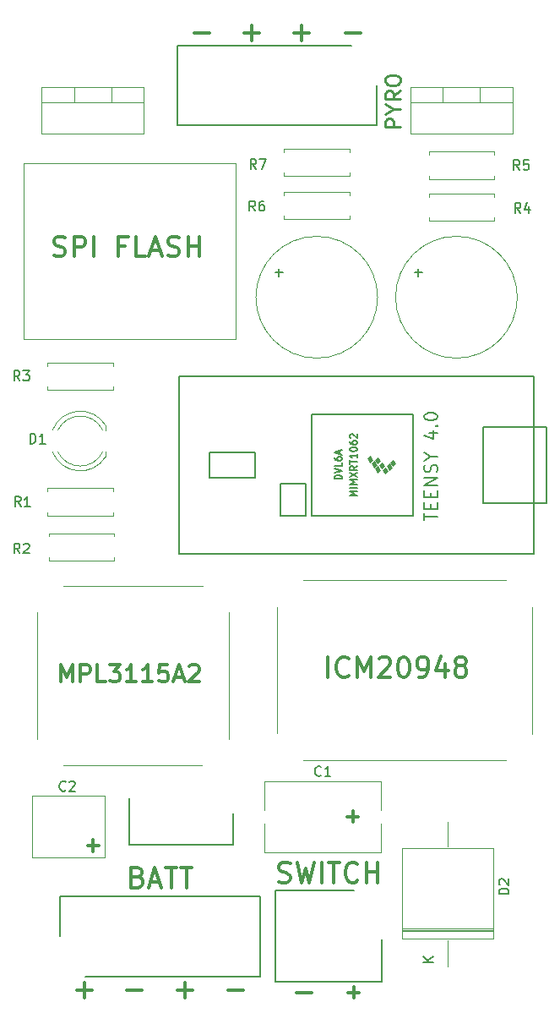
<source format=gbr>
%TF.GenerationSoftware,KiCad,Pcbnew,(6.0.1)*%
%TF.CreationDate,2022-04-27T15:56:50+10:00*%
%TF.ProjectId,bellerophon,62656c6c-6572-46f7-9068-6f6e2e6b6963,rev?*%
%TF.SameCoordinates,Original*%
%TF.FileFunction,Legend,Top*%
%TF.FilePolarity,Positive*%
%FSLAX46Y46*%
G04 Gerber Fmt 4.6, Leading zero omitted, Abs format (unit mm)*
G04 Created by KiCad (PCBNEW (6.0.1)) date 2022-04-27 15:56:50*
%MOMM*%
%LPD*%
G01*
G04 APERTURE LIST*
%ADD10C,0.300000*%
%ADD11C,0.250000*%
%ADD12C,0.200000*%
%ADD13C,0.150000*%
%ADD14C,0.120000*%
%ADD15C,0.100000*%
G04 APERTURE END LIST*
D10*
X149238095Y-49042857D02*
X150761904Y-49042857D01*
X150000000Y-49804761D02*
X150000000Y-48280952D01*
X138561904Y-133557142D02*
X138847619Y-133652380D01*
X138942857Y-133747619D01*
X139038095Y-133938095D01*
X139038095Y-134223809D01*
X138942857Y-134414285D01*
X138847619Y-134509523D01*
X138657142Y-134604761D01*
X137895238Y-134604761D01*
X137895238Y-132604761D01*
X138561904Y-132604761D01*
X138752380Y-132700000D01*
X138847619Y-132795238D01*
X138942857Y-132985714D01*
X138942857Y-133176190D01*
X138847619Y-133366666D01*
X138752380Y-133461904D01*
X138561904Y-133557142D01*
X137895238Y-133557142D01*
X139800000Y-134033333D02*
X140752380Y-134033333D01*
X139609523Y-134604761D02*
X140276190Y-132604761D01*
X140942857Y-134604761D01*
X141323809Y-132604761D02*
X142466666Y-132604761D01*
X141895238Y-134604761D02*
X141895238Y-132604761D01*
X142847619Y-132604761D02*
X143990476Y-132604761D01*
X143419047Y-134604761D02*
X143419047Y-132604761D01*
X154213095Y-49042857D02*
X155736904Y-49042857D01*
X154975000Y-49804761D02*
X154975000Y-48280952D01*
X132438095Y-144842857D02*
X133961904Y-144842857D01*
X133200000Y-145604761D02*
X133200000Y-144080952D01*
X154438095Y-145142857D02*
X155961904Y-145142857D01*
X157595238Y-113544761D02*
X157595238Y-111544761D01*
X159690476Y-113354285D02*
X159595238Y-113449523D01*
X159309523Y-113544761D01*
X159119047Y-113544761D01*
X158833333Y-113449523D01*
X158642857Y-113259047D01*
X158547619Y-113068571D01*
X158452380Y-112687619D01*
X158452380Y-112401904D01*
X158547619Y-112020952D01*
X158642857Y-111830476D01*
X158833333Y-111640000D01*
X159119047Y-111544761D01*
X159309523Y-111544761D01*
X159595238Y-111640000D01*
X159690476Y-111735238D01*
X160547619Y-113544761D02*
X160547619Y-111544761D01*
X161214285Y-112973333D01*
X161880952Y-111544761D01*
X161880952Y-113544761D01*
X162738095Y-111735238D02*
X162833333Y-111640000D01*
X163023809Y-111544761D01*
X163500000Y-111544761D01*
X163690476Y-111640000D01*
X163785714Y-111735238D01*
X163880952Y-111925714D01*
X163880952Y-112116190D01*
X163785714Y-112401904D01*
X162642857Y-113544761D01*
X163880952Y-113544761D01*
X165119047Y-111544761D02*
X165309523Y-111544761D01*
X165500000Y-111640000D01*
X165595238Y-111735238D01*
X165690476Y-111925714D01*
X165785714Y-112306666D01*
X165785714Y-112782857D01*
X165690476Y-113163809D01*
X165595238Y-113354285D01*
X165500000Y-113449523D01*
X165309523Y-113544761D01*
X165119047Y-113544761D01*
X164928571Y-113449523D01*
X164833333Y-113354285D01*
X164738095Y-113163809D01*
X164642857Y-112782857D01*
X164642857Y-112306666D01*
X164738095Y-111925714D01*
X164833333Y-111735238D01*
X164928571Y-111640000D01*
X165119047Y-111544761D01*
X166738095Y-113544761D02*
X167119047Y-113544761D01*
X167309523Y-113449523D01*
X167404761Y-113354285D01*
X167595238Y-113068571D01*
X167690476Y-112687619D01*
X167690476Y-111925714D01*
X167595238Y-111735238D01*
X167500000Y-111640000D01*
X167309523Y-111544761D01*
X166928571Y-111544761D01*
X166738095Y-111640000D01*
X166642857Y-111735238D01*
X166547619Y-111925714D01*
X166547619Y-112401904D01*
X166642857Y-112592380D01*
X166738095Y-112687619D01*
X166928571Y-112782857D01*
X167309523Y-112782857D01*
X167500000Y-112687619D01*
X167595238Y-112592380D01*
X167690476Y-112401904D01*
X169404761Y-112211428D02*
X169404761Y-113544761D01*
X168928571Y-111449523D02*
X168452380Y-112878095D01*
X169690476Y-112878095D01*
X170738095Y-112401904D02*
X170547619Y-112306666D01*
X170452380Y-112211428D01*
X170357142Y-112020952D01*
X170357142Y-111925714D01*
X170452380Y-111735238D01*
X170547619Y-111640000D01*
X170738095Y-111544761D01*
X171119047Y-111544761D01*
X171309523Y-111640000D01*
X171404761Y-111735238D01*
X171500000Y-111925714D01*
X171500000Y-112020952D01*
X171404761Y-112211428D01*
X171309523Y-112306666D01*
X171119047Y-112401904D01*
X170738095Y-112401904D01*
X170547619Y-112497142D01*
X170452380Y-112592380D01*
X170357142Y-112782857D01*
X170357142Y-113163809D01*
X170452380Y-113354285D01*
X170547619Y-113449523D01*
X170738095Y-113544761D01*
X171119047Y-113544761D01*
X171309523Y-113449523D01*
X171404761Y-113354285D01*
X171500000Y-113163809D01*
X171500000Y-112782857D01*
X171404761Y-112592380D01*
X171309523Y-112497142D01*
X171119047Y-112401904D01*
X159338095Y-49042857D02*
X160861904Y-49042857D01*
X144238095Y-49042857D02*
X145761904Y-49042857D01*
X159528571Y-127507142D02*
X160671428Y-127507142D01*
X160100000Y-128078571D02*
X160100000Y-126935714D01*
X130869047Y-114019047D02*
X130869047Y-112319047D01*
X131435714Y-113533333D01*
X132002380Y-112319047D01*
X132002380Y-114019047D01*
X132811904Y-114019047D02*
X132811904Y-112319047D01*
X133459523Y-112319047D01*
X133621428Y-112400000D01*
X133702380Y-112480952D01*
X133783333Y-112642857D01*
X133783333Y-112885714D01*
X133702380Y-113047619D01*
X133621428Y-113128571D01*
X133459523Y-113209523D01*
X132811904Y-113209523D01*
X135321428Y-114019047D02*
X134511904Y-114019047D01*
X134511904Y-112319047D01*
X135726190Y-112319047D02*
X136778571Y-112319047D01*
X136211904Y-112966666D01*
X136454761Y-112966666D01*
X136616666Y-113047619D01*
X136697619Y-113128571D01*
X136778571Y-113290476D01*
X136778571Y-113695238D01*
X136697619Y-113857142D01*
X136616666Y-113938095D01*
X136454761Y-114019047D01*
X135969047Y-114019047D01*
X135807142Y-113938095D01*
X135726190Y-113857142D01*
X138397619Y-114019047D02*
X137426190Y-114019047D01*
X137911904Y-114019047D02*
X137911904Y-112319047D01*
X137750000Y-112561904D01*
X137588095Y-112723809D01*
X137426190Y-112804761D01*
X140016666Y-114019047D02*
X139045238Y-114019047D01*
X139530952Y-114019047D02*
X139530952Y-112319047D01*
X139369047Y-112561904D01*
X139207142Y-112723809D01*
X139045238Y-112804761D01*
X141554761Y-112319047D02*
X140745238Y-112319047D01*
X140664285Y-113128571D01*
X140745238Y-113047619D01*
X140907142Y-112966666D01*
X141311904Y-112966666D01*
X141473809Y-113047619D01*
X141554761Y-113128571D01*
X141635714Y-113290476D01*
X141635714Y-113695238D01*
X141554761Y-113857142D01*
X141473809Y-113938095D01*
X141311904Y-114019047D01*
X140907142Y-114019047D01*
X140745238Y-113938095D01*
X140664285Y-113857142D01*
X142283333Y-113533333D02*
X143092857Y-113533333D01*
X142121428Y-114019047D02*
X142688095Y-112319047D01*
X143254761Y-114019047D01*
X143740476Y-112480952D02*
X143821428Y-112400000D01*
X143983333Y-112319047D01*
X144388095Y-112319047D01*
X144550000Y-112400000D01*
X144630952Y-112480952D01*
X144711904Y-112642857D01*
X144711904Y-112804761D01*
X144630952Y-113047619D01*
X143659523Y-114019047D01*
X144711904Y-114019047D01*
X133528571Y-130407142D02*
X134671428Y-130407142D01*
X134100000Y-130978571D02*
X134100000Y-129835714D01*
X137488095Y-144842857D02*
X139011904Y-144842857D01*
X142513095Y-144842857D02*
X144036904Y-144842857D01*
X143275000Y-145604761D02*
X143275000Y-144080952D01*
X147638095Y-144842857D02*
X149161904Y-144842857D01*
D11*
X164878571Y-58471428D02*
X163378571Y-58471428D01*
X163378571Y-57900000D01*
X163450000Y-57757142D01*
X163521428Y-57685714D01*
X163664285Y-57614285D01*
X163878571Y-57614285D01*
X164021428Y-57685714D01*
X164092857Y-57757142D01*
X164164285Y-57900000D01*
X164164285Y-58471428D01*
X164164285Y-56685714D02*
X164878571Y-56685714D01*
X163378571Y-57185714D02*
X164164285Y-56685714D01*
X163378571Y-56185714D01*
X164878571Y-54828571D02*
X164164285Y-55328571D01*
X164878571Y-55685714D02*
X163378571Y-55685714D01*
X163378571Y-55114285D01*
X163450000Y-54971428D01*
X163521428Y-54900000D01*
X163664285Y-54828571D01*
X163878571Y-54828571D01*
X164021428Y-54900000D01*
X164092857Y-54971428D01*
X164164285Y-55114285D01*
X164164285Y-55685714D01*
X163378571Y-53900000D02*
X163378571Y-53614285D01*
X163450000Y-53471428D01*
X163592857Y-53328571D01*
X163878571Y-53257142D01*
X164378571Y-53257142D01*
X164664285Y-53328571D01*
X164807142Y-53471428D01*
X164878571Y-53614285D01*
X164878571Y-53900000D01*
X164807142Y-54042857D01*
X164664285Y-54185714D01*
X164378571Y-54257142D01*
X163878571Y-54257142D01*
X163592857Y-54185714D01*
X163450000Y-54042857D01*
X163378571Y-53900000D01*
D10*
X130166666Y-71309523D02*
X130452380Y-71404761D01*
X130928571Y-71404761D01*
X131119047Y-71309523D01*
X131214285Y-71214285D01*
X131309523Y-71023809D01*
X131309523Y-70833333D01*
X131214285Y-70642857D01*
X131119047Y-70547619D01*
X130928571Y-70452380D01*
X130547619Y-70357142D01*
X130357142Y-70261904D01*
X130261904Y-70166666D01*
X130166666Y-69976190D01*
X130166666Y-69785714D01*
X130261904Y-69595238D01*
X130357142Y-69500000D01*
X130547619Y-69404761D01*
X131023809Y-69404761D01*
X131309523Y-69500000D01*
X132166666Y-71404761D02*
X132166666Y-69404761D01*
X132928571Y-69404761D01*
X133119047Y-69500000D01*
X133214285Y-69595238D01*
X133309523Y-69785714D01*
X133309523Y-70071428D01*
X133214285Y-70261904D01*
X133119047Y-70357142D01*
X132928571Y-70452380D01*
X132166666Y-70452380D01*
X134166666Y-71404761D02*
X134166666Y-69404761D01*
X137309523Y-70357142D02*
X136642857Y-70357142D01*
X136642857Y-71404761D02*
X136642857Y-69404761D01*
X137595238Y-69404761D01*
X139309523Y-71404761D02*
X138357142Y-71404761D01*
X138357142Y-69404761D01*
X139880952Y-70833333D02*
X140833333Y-70833333D01*
X139690476Y-71404761D02*
X140357142Y-69404761D01*
X141023809Y-71404761D01*
X141595238Y-71309523D02*
X141880952Y-71404761D01*
X142357142Y-71404761D01*
X142547619Y-71309523D01*
X142642857Y-71214285D01*
X142738095Y-71023809D01*
X142738095Y-70833333D01*
X142642857Y-70642857D01*
X142547619Y-70547619D01*
X142357142Y-70452380D01*
X141976190Y-70357142D01*
X141785714Y-70261904D01*
X141690476Y-70166666D01*
X141595238Y-69976190D01*
X141595238Y-69785714D01*
X141690476Y-69595238D01*
X141785714Y-69500000D01*
X141976190Y-69404761D01*
X142452380Y-69404761D01*
X142738095Y-69500000D01*
X143595238Y-71404761D02*
X143595238Y-69404761D01*
X143595238Y-70357142D02*
X144738095Y-70357142D01*
X144738095Y-71404761D02*
X144738095Y-69404761D01*
X152700000Y-134009523D02*
X152985714Y-134104761D01*
X153461904Y-134104761D01*
X153652380Y-134009523D01*
X153747619Y-133914285D01*
X153842857Y-133723809D01*
X153842857Y-133533333D01*
X153747619Y-133342857D01*
X153652380Y-133247619D01*
X153461904Y-133152380D01*
X153080952Y-133057142D01*
X152890476Y-132961904D01*
X152795238Y-132866666D01*
X152700000Y-132676190D01*
X152700000Y-132485714D01*
X152795238Y-132295238D01*
X152890476Y-132200000D01*
X153080952Y-132104761D01*
X153557142Y-132104761D01*
X153842857Y-132200000D01*
X154509523Y-132104761D02*
X154985714Y-134104761D01*
X155366666Y-132676190D01*
X155747619Y-134104761D01*
X156223809Y-132104761D01*
X156985714Y-134104761D02*
X156985714Y-132104761D01*
X157652380Y-132104761D02*
X158795238Y-132104761D01*
X158223809Y-134104761D02*
X158223809Y-132104761D01*
X160604761Y-133914285D02*
X160509523Y-134009523D01*
X160223809Y-134104761D01*
X160033333Y-134104761D01*
X159747619Y-134009523D01*
X159557142Y-133819047D01*
X159461904Y-133628571D01*
X159366666Y-133247619D01*
X159366666Y-132961904D01*
X159461904Y-132580952D01*
X159557142Y-132390476D01*
X159747619Y-132200000D01*
X160033333Y-132104761D01*
X160223809Y-132104761D01*
X160509523Y-132200000D01*
X160604761Y-132295238D01*
X161461904Y-134104761D02*
X161461904Y-132104761D01*
X161461904Y-133057142D02*
X162604761Y-133057142D01*
X162604761Y-134104761D02*
X162604761Y-132104761D01*
X159628571Y-145107142D02*
X160771428Y-145107142D01*
X160200000Y-145678571D02*
X160200000Y-144535714D01*
D12*
X167288095Y-97847619D02*
X167288095Y-97104761D01*
X168588095Y-97476190D02*
X167288095Y-97476190D01*
X167907142Y-96671428D02*
X167907142Y-96238095D01*
X168588095Y-96052380D02*
X168588095Y-96671428D01*
X167288095Y-96671428D01*
X167288095Y-96052380D01*
X167907142Y-95495238D02*
X167907142Y-95061904D01*
X168588095Y-94876190D02*
X168588095Y-95495238D01*
X167288095Y-95495238D01*
X167288095Y-94876190D01*
X168588095Y-94319047D02*
X167288095Y-94319047D01*
X168588095Y-93576190D01*
X167288095Y-93576190D01*
X168526190Y-93019047D02*
X168588095Y-92833333D01*
X168588095Y-92523809D01*
X168526190Y-92400000D01*
X168464285Y-92338095D01*
X168340476Y-92276190D01*
X168216666Y-92276190D01*
X168092857Y-92338095D01*
X168030952Y-92400000D01*
X167969047Y-92523809D01*
X167907142Y-92771428D01*
X167845238Y-92895238D01*
X167783333Y-92957142D01*
X167659523Y-93019047D01*
X167535714Y-93019047D01*
X167411904Y-92957142D01*
X167350000Y-92895238D01*
X167288095Y-92771428D01*
X167288095Y-92461904D01*
X167350000Y-92276190D01*
X167969047Y-91471428D02*
X168588095Y-91471428D01*
X167288095Y-91904761D02*
X167969047Y-91471428D01*
X167288095Y-91038095D01*
X167721428Y-89057142D02*
X168588095Y-89057142D01*
X167226190Y-89366666D02*
X168154761Y-89676190D01*
X168154761Y-88871428D01*
X168464285Y-88376190D02*
X168526190Y-88314285D01*
X168588095Y-88376190D01*
X168526190Y-88438095D01*
X168464285Y-88376190D01*
X168588095Y-88376190D01*
X167288095Y-87509523D02*
X167288095Y-87385714D01*
X167350000Y-87261904D01*
X167411904Y-87200000D01*
X167535714Y-87138095D01*
X167783333Y-87076190D01*
X168092857Y-87076190D01*
X168340476Y-87138095D01*
X168464285Y-87200000D01*
X168526190Y-87261904D01*
X168588095Y-87385714D01*
X168588095Y-87509523D01*
X168526190Y-87633333D01*
X168464285Y-87695238D01*
X168340476Y-87757142D01*
X168092857Y-87819047D01*
X167783333Y-87819047D01*
X167535714Y-87757142D01*
X167411904Y-87695238D01*
X167350000Y-87633333D01*
X167288095Y-87509523D01*
D13*
%TO.C,D2*%
X175752380Y-135263095D02*
X174752380Y-135263095D01*
X174752380Y-135025000D01*
X174800000Y-134882142D01*
X174895238Y-134786904D01*
X174990476Y-134739285D01*
X175180952Y-134691666D01*
X175323809Y-134691666D01*
X175514285Y-134739285D01*
X175609523Y-134786904D01*
X175704761Y-134882142D01*
X175752380Y-135025000D01*
X175752380Y-135263095D01*
X174847619Y-134310714D02*
X174800000Y-134263095D01*
X174752380Y-134167857D01*
X174752380Y-133929761D01*
X174800000Y-133834523D01*
X174847619Y-133786904D01*
X174942857Y-133739285D01*
X175038095Y-133739285D01*
X175180952Y-133786904D01*
X175752380Y-134358333D01*
X175752380Y-133739285D01*
X168152380Y-142101904D02*
X167152380Y-142101904D01*
X168152380Y-141530476D02*
X167580952Y-141959047D01*
X167152380Y-141530476D02*
X167723809Y-142101904D01*
%TO.C,R6*%
X150333333Y-66852380D02*
X150000000Y-66376190D01*
X149761904Y-66852380D02*
X149761904Y-65852380D01*
X150142857Y-65852380D01*
X150238095Y-65900000D01*
X150285714Y-65947619D01*
X150333333Y-66042857D01*
X150333333Y-66185714D01*
X150285714Y-66280952D01*
X150238095Y-66328571D01*
X150142857Y-66376190D01*
X149761904Y-66376190D01*
X151190476Y-65852380D02*
X151000000Y-65852380D01*
X150904761Y-65900000D01*
X150857142Y-65947619D01*
X150761904Y-66090476D01*
X150714285Y-66280952D01*
X150714285Y-66661904D01*
X150761904Y-66757142D01*
X150809523Y-66804761D01*
X150904761Y-66852380D01*
X151095238Y-66852380D01*
X151190476Y-66804761D01*
X151238095Y-66757142D01*
X151285714Y-66661904D01*
X151285714Y-66423809D01*
X151238095Y-66328571D01*
X151190476Y-66280952D01*
X151095238Y-66233333D01*
X150904761Y-66233333D01*
X150809523Y-66280952D01*
X150761904Y-66328571D01*
X150714285Y-66423809D01*
%TO.C,D1*%
X127761904Y-90152380D02*
X127761904Y-89152380D01*
X128000000Y-89152380D01*
X128142857Y-89200000D01*
X128238095Y-89295238D01*
X128285714Y-89390476D01*
X128333333Y-89580952D01*
X128333333Y-89723809D01*
X128285714Y-89914285D01*
X128238095Y-90009523D01*
X128142857Y-90104761D01*
X128000000Y-90152380D01*
X127761904Y-90152380D01*
X129285714Y-90152380D02*
X128714285Y-90152380D01*
X129000000Y-90152380D02*
X129000000Y-89152380D01*
X128904761Y-89295238D01*
X128809523Y-89390476D01*
X128714285Y-89438095D01*
%TO.C,R3*%
X126733333Y-83852380D02*
X126400000Y-83376190D01*
X126161904Y-83852380D02*
X126161904Y-82852380D01*
X126542857Y-82852380D01*
X126638095Y-82900000D01*
X126685714Y-82947619D01*
X126733333Y-83042857D01*
X126733333Y-83185714D01*
X126685714Y-83280952D01*
X126638095Y-83328571D01*
X126542857Y-83376190D01*
X126161904Y-83376190D01*
X127066666Y-82852380D02*
X127685714Y-82852380D01*
X127352380Y-83233333D01*
X127495238Y-83233333D01*
X127590476Y-83280952D01*
X127638095Y-83328571D01*
X127685714Y-83423809D01*
X127685714Y-83661904D01*
X127638095Y-83757142D01*
X127590476Y-83804761D01*
X127495238Y-83852380D01*
X127209523Y-83852380D01*
X127114285Y-83804761D01*
X127066666Y-83757142D01*
%TO.C,R7*%
X150433333Y-62652380D02*
X150100000Y-62176190D01*
X149861904Y-62652380D02*
X149861904Y-61652380D01*
X150242857Y-61652380D01*
X150338095Y-61700000D01*
X150385714Y-61747619D01*
X150433333Y-61842857D01*
X150433333Y-61985714D01*
X150385714Y-62080952D01*
X150338095Y-62128571D01*
X150242857Y-62176190D01*
X149861904Y-62176190D01*
X150766666Y-61652380D02*
X151433333Y-61652380D01*
X151004761Y-62652380D01*
%TO.C,C1*%
X156933333Y-123357142D02*
X156885714Y-123404761D01*
X156742857Y-123452380D01*
X156647619Y-123452380D01*
X156504761Y-123404761D01*
X156409523Y-123309523D01*
X156361904Y-123214285D01*
X156314285Y-123023809D01*
X156314285Y-122880952D01*
X156361904Y-122690476D01*
X156409523Y-122595238D01*
X156504761Y-122500000D01*
X156647619Y-122452380D01*
X156742857Y-122452380D01*
X156885714Y-122500000D01*
X156933333Y-122547619D01*
X157885714Y-123452380D02*
X157314285Y-123452380D01*
X157600000Y-123452380D02*
X157600000Y-122452380D01*
X157504761Y-122595238D01*
X157409523Y-122690476D01*
X157314285Y-122738095D01*
%TO.C,BZ1*%
X152309047Y-73031428D02*
X153070952Y-73031428D01*
X152690000Y-73412380D02*
X152690000Y-72650476D01*
%TO.C,BZ2*%
X166309047Y-73031428D02*
X167070952Y-73031428D01*
X166690000Y-73412380D02*
X166690000Y-72650476D01*
%TO.C,R2*%
X126733333Y-101152380D02*
X126400000Y-100676190D01*
X126161904Y-101152380D02*
X126161904Y-100152380D01*
X126542857Y-100152380D01*
X126638095Y-100200000D01*
X126685714Y-100247619D01*
X126733333Y-100342857D01*
X126733333Y-100485714D01*
X126685714Y-100580952D01*
X126638095Y-100628571D01*
X126542857Y-100676190D01*
X126161904Y-100676190D01*
X127114285Y-100247619D02*
X127161904Y-100200000D01*
X127257142Y-100152380D01*
X127495238Y-100152380D01*
X127590476Y-100200000D01*
X127638095Y-100247619D01*
X127685714Y-100342857D01*
X127685714Y-100438095D01*
X127638095Y-100580952D01*
X127066666Y-101152380D01*
X127685714Y-101152380D01*
%TO.C,R1*%
X126833333Y-96452380D02*
X126500000Y-95976190D01*
X126261904Y-96452380D02*
X126261904Y-95452380D01*
X126642857Y-95452380D01*
X126738095Y-95500000D01*
X126785714Y-95547619D01*
X126833333Y-95642857D01*
X126833333Y-95785714D01*
X126785714Y-95880952D01*
X126738095Y-95928571D01*
X126642857Y-95976190D01*
X126261904Y-95976190D01*
X127785714Y-96452380D02*
X127214285Y-96452380D01*
X127500000Y-96452380D02*
X127500000Y-95452380D01*
X127404761Y-95595238D01*
X127309523Y-95690476D01*
X127214285Y-95738095D01*
%TO.C,R4*%
X176933333Y-67052380D02*
X176600000Y-66576190D01*
X176361904Y-67052380D02*
X176361904Y-66052380D01*
X176742857Y-66052380D01*
X176838095Y-66100000D01*
X176885714Y-66147619D01*
X176933333Y-66242857D01*
X176933333Y-66385714D01*
X176885714Y-66480952D01*
X176838095Y-66528571D01*
X176742857Y-66576190D01*
X176361904Y-66576190D01*
X177790476Y-66385714D02*
X177790476Y-67052380D01*
X177552380Y-66004761D02*
X177314285Y-66719047D01*
X177933333Y-66719047D01*
%TO.C,U2*%
X159003666Y-93700000D02*
X158303666Y-93700000D01*
X158303666Y-93533333D01*
X158337000Y-93433333D01*
X158403666Y-93366666D01*
X158470333Y-93333333D01*
X158603666Y-93300000D01*
X158703666Y-93300000D01*
X158837000Y-93333333D01*
X158903666Y-93366666D01*
X158970333Y-93433333D01*
X159003666Y-93533333D01*
X159003666Y-93700000D01*
X158303666Y-93100000D02*
X159003666Y-92866666D01*
X158303666Y-92633333D01*
X159003666Y-92066666D02*
X159003666Y-92400000D01*
X158303666Y-92400000D01*
X158303666Y-91533333D02*
X158303666Y-91666666D01*
X158337000Y-91733333D01*
X158370333Y-91766666D01*
X158470333Y-91833333D01*
X158603666Y-91866666D01*
X158870333Y-91866666D01*
X158937000Y-91833333D01*
X158970333Y-91800000D01*
X159003666Y-91733333D01*
X159003666Y-91600000D01*
X158970333Y-91533333D01*
X158937000Y-91500000D01*
X158870333Y-91466666D01*
X158703666Y-91466666D01*
X158637000Y-91500000D01*
X158603666Y-91533333D01*
X158570333Y-91600000D01*
X158570333Y-91733333D01*
X158603666Y-91800000D01*
X158637000Y-91833333D01*
X158703666Y-91866666D01*
X158803666Y-91200000D02*
X158803666Y-90866666D01*
X159003666Y-91266666D02*
X158303666Y-91033333D01*
X159003666Y-90800000D01*
X160527666Y-95383333D02*
X159827666Y-95383333D01*
X160327666Y-95150000D01*
X159827666Y-94916666D01*
X160527666Y-94916666D01*
X160527666Y-94583333D02*
X159827666Y-94583333D01*
X160527666Y-94250000D02*
X159827666Y-94250000D01*
X160327666Y-94016666D01*
X159827666Y-93783333D01*
X160527666Y-93783333D01*
X159827666Y-93516666D02*
X160527666Y-93050000D01*
X159827666Y-93050000D02*
X160527666Y-93516666D01*
X160527666Y-92383333D02*
X160194333Y-92616666D01*
X160527666Y-92783333D02*
X159827666Y-92783333D01*
X159827666Y-92516666D01*
X159861000Y-92450000D01*
X159894333Y-92416666D01*
X159961000Y-92383333D01*
X160061000Y-92383333D01*
X160127666Y-92416666D01*
X160161000Y-92450000D01*
X160194333Y-92516666D01*
X160194333Y-92783333D01*
X159827666Y-92183333D02*
X159827666Y-91783333D01*
X160527666Y-91983333D02*
X159827666Y-91983333D01*
X160527666Y-91183333D02*
X160527666Y-91583333D01*
X160527666Y-91383333D02*
X159827666Y-91383333D01*
X159927666Y-91450000D01*
X159994333Y-91516666D01*
X160027666Y-91583333D01*
X159827666Y-90750000D02*
X159827666Y-90683333D01*
X159861000Y-90616666D01*
X159894333Y-90583333D01*
X159961000Y-90550000D01*
X160094333Y-90516666D01*
X160261000Y-90516666D01*
X160394333Y-90550000D01*
X160461000Y-90583333D01*
X160494333Y-90616666D01*
X160527666Y-90683333D01*
X160527666Y-90750000D01*
X160494333Y-90816666D01*
X160461000Y-90850000D01*
X160394333Y-90883333D01*
X160261000Y-90916666D01*
X160094333Y-90916666D01*
X159961000Y-90883333D01*
X159894333Y-90850000D01*
X159861000Y-90816666D01*
X159827666Y-90750000D01*
X159827666Y-89916666D02*
X159827666Y-90050000D01*
X159861000Y-90116666D01*
X159894333Y-90150000D01*
X159994333Y-90216666D01*
X160127666Y-90250000D01*
X160394333Y-90250000D01*
X160461000Y-90216666D01*
X160494333Y-90183333D01*
X160527666Y-90116666D01*
X160527666Y-89983333D01*
X160494333Y-89916666D01*
X160461000Y-89883333D01*
X160394333Y-89850000D01*
X160227666Y-89850000D01*
X160161000Y-89883333D01*
X160127666Y-89916666D01*
X160094333Y-89983333D01*
X160094333Y-90116666D01*
X160127666Y-90183333D01*
X160161000Y-90216666D01*
X160227666Y-90250000D01*
X159894333Y-89583333D02*
X159861000Y-89550000D01*
X159827666Y-89483333D01*
X159827666Y-89316666D01*
X159861000Y-89250000D01*
X159894333Y-89216666D01*
X159961000Y-89183333D01*
X160027666Y-89183333D01*
X160127666Y-89216666D01*
X160527666Y-89616666D01*
X160527666Y-89183333D01*
%TO.C,R5*%
X176833333Y-62752380D02*
X176500000Y-62276190D01*
X176261904Y-62752380D02*
X176261904Y-61752380D01*
X176642857Y-61752380D01*
X176738095Y-61800000D01*
X176785714Y-61847619D01*
X176833333Y-61942857D01*
X176833333Y-62085714D01*
X176785714Y-62180952D01*
X176738095Y-62228571D01*
X176642857Y-62276190D01*
X176261904Y-62276190D01*
X177738095Y-61752380D02*
X177261904Y-61752380D01*
X177214285Y-62228571D01*
X177261904Y-62180952D01*
X177357142Y-62133333D01*
X177595238Y-62133333D01*
X177690476Y-62180952D01*
X177738095Y-62228571D01*
X177785714Y-62323809D01*
X177785714Y-62561904D01*
X177738095Y-62657142D01*
X177690476Y-62704761D01*
X177595238Y-62752380D01*
X177357142Y-62752380D01*
X177261904Y-62704761D01*
X177214285Y-62657142D01*
%TO.C,C2*%
X131333333Y-124857142D02*
X131285714Y-124904761D01*
X131142857Y-124952380D01*
X131047619Y-124952380D01*
X130904761Y-124904761D01*
X130809523Y-124809523D01*
X130761904Y-124714285D01*
X130714285Y-124523809D01*
X130714285Y-124380952D01*
X130761904Y-124190476D01*
X130809523Y-124095238D01*
X130904761Y-124000000D01*
X131047619Y-123952380D01*
X131142857Y-123952380D01*
X131285714Y-124000000D01*
X131333333Y-124047619D01*
X131714285Y-124047619D02*
X131761904Y-124000000D01*
X131857142Y-123952380D01*
X132095238Y-123952380D01*
X132190476Y-124000000D01*
X132238095Y-124047619D01*
X132285714Y-124142857D01*
X132285714Y-124238095D01*
X132238095Y-124380952D01*
X131666666Y-124952380D01*
X132285714Y-124952380D01*
D14*
%TO.C,Q1*%
X176120000Y-54475000D02*
X176120000Y-59116000D01*
X169150000Y-54475000D02*
X169150000Y-55985000D01*
X165880000Y-54475000D02*
X176120000Y-54475000D01*
X165880000Y-54475000D02*
X165880000Y-59116000D01*
X165880000Y-55985000D02*
X176120000Y-55985000D01*
X172851000Y-54475000D02*
X172851000Y-55985000D01*
X165880000Y-59116000D02*
X176120000Y-59116000D01*
%TO.C,D2*%
X165050000Y-138850000D02*
X174150000Y-138850000D01*
X165050000Y-138970000D02*
X174150000Y-138970000D01*
X165050000Y-138730000D02*
X174150000Y-138730000D01*
X169600000Y-128000000D02*
X169600000Y-130450000D01*
X174150000Y-130650000D02*
X165050000Y-130650000D01*
X165050000Y-139750000D02*
X174150000Y-139750000D01*
X169600000Y-142500000D02*
X169600000Y-139900000D01*
X165050000Y-130650000D02*
X165050000Y-139750000D01*
X174200000Y-139750000D02*
X174200000Y-130650000D01*
%TO.C,R6*%
X153230000Y-64930000D02*
X159770000Y-64930000D01*
X153230000Y-67670000D02*
X159770000Y-67670000D01*
X153230000Y-65260000D02*
X153230000Y-64930000D01*
X159770000Y-67670000D02*
X159770000Y-67340000D01*
X159770000Y-64930000D02*
X159770000Y-65260000D01*
X153230000Y-67340000D02*
X153230000Y-67670000D01*
%TO.C,D1*%
X135355000Y-88820000D02*
X135355000Y-88355000D01*
X135355000Y-91445000D02*
X135355000Y-90980000D01*
X130540521Y-90980429D02*
G75*
G03*
X135049684Y-90980000I2254479J1080429D01*
G01*
X135355000Y-88355170D02*
G75*
G03*
X130007185Y-88819173I-2560000J-1544831D01*
G01*
X130007186Y-90980827D02*
G75*
G03*
X135355000Y-91444830I2787814J1080826D01*
G01*
X135049684Y-88820000D02*
G75*
G03*
X130540521Y-88819571I-2254684J-1080000D01*
G01*
%TO.C,R3*%
X136070000Y-84770000D02*
X136070000Y-84440000D01*
X129530000Y-82360000D02*
X129530000Y-82030000D01*
X136070000Y-82030000D02*
X136070000Y-82360000D01*
X129530000Y-84440000D02*
X129530000Y-84770000D01*
X129530000Y-82030000D02*
X136070000Y-82030000D01*
X129530000Y-84770000D02*
X136070000Y-84770000D01*
D12*
%TO.C,IC1*%
X148100000Y-130300000D02*
X148100000Y-127230000D01*
X137700000Y-125700000D02*
X137700000Y-130300000D01*
X137700000Y-130300000D02*
X148100000Y-130300000D01*
D14*
%TO.C,R7*%
X159770000Y-60960000D02*
X159770000Y-60630000D01*
X153230000Y-60630000D02*
X153230000Y-60960000D01*
X153230000Y-63370000D02*
X153230000Y-63040000D01*
X159770000Y-63370000D02*
X153230000Y-63370000D01*
X159770000Y-60630000D02*
X153230000Y-60630000D01*
X159770000Y-63040000D02*
X159770000Y-63370000D01*
D12*
%TO.C,PYRO1*%
X162500000Y-58300000D02*
X162500000Y-54300000D01*
X160000000Y-50300000D02*
X142500000Y-50300000D01*
X142500000Y-58300000D02*
X162500000Y-58300000D01*
X142500000Y-50300000D02*
X142500000Y-58300000D01*
D14*
%TO.C,U3*%
X127105000Y-62110000D02*
X148405000Y-62110000D01*
X148405000Y-62110000D02*
X148405000Y-79660000D01*
X148405000Y-79660000D02*
X127105000Y-79660000D01*
X127105000Y-79660000D02*
X127105000Y-62110000D01*
%TO.C,C1*%
X162970000Y-131070000D02*
X151230000Y-131070000D01*
X162970000Y-131070000D02*
X162970000Y-128165000D01*
X151230000Y-126835000D02*
X151230000Y-123930000D01*
X162970000Y-123930000D02*
X151230000Y-123930000D01*
X151230000Y-131070000D02*
X151230000Y-128165000D01*
X162970000Y-126835000D02*
X162970000Y-123930000D01*
%TO.C,Q2*%
X135891000Y-54475000D02*
X135891000Y-55985000D01*
X128920000Y-55985000D02*
X139160000Y-55985000D01*
X128920000Y-59116000D02*
X139160000Y-59116000D01*
X139160000Y-54475000D02*
X139160000Y-59116000D01*
X132190000Y-54475000D02*
X132190000Y-55985000D01*
X128920000Y-54475000D02*
X139160000Y-54475000D01*
X128920000Y-54475000D02*
X128920000Y-59116000D01*
%TO.C,IC2*%
X147725000Y-107040000D02*
X147725000Y-119740000D01*
X128475000Y-119740000D02*
X128475000Y-107040000D01*
X131115000Y-122380000D02*
X144976052Y-122400017D01*
X131115000Y-104400000D02*
X145085000Y-104400000D01*
%TO.C,BZ1*%
X162600000Y-75500000D02*
G75*
G03*
X162600000Y-75500000I-6100000J0D01*
G01*
%TO.C,BZ2*%
X176600000Y-75500000D02*
G75*
G03*
X176600000Y-75500000I-6100000J0D01*
G01*
%TO.C,R2*%
X129620000Y-101870000D02*
X129620000Y-101540000D01*
X136160000Y-99130000D02*
X129620000Y-99130000D01*
X136160000Y-101540000D02*
X136160000Y-101870000D01*
X129620000Y-99130000D02*
X129620000Y-99460000D01*
X136160000Y-101870000D02*
X129620000Y-101870000D01*
X136160000Y-99460000D02*
X136160000Y-99130000D01*
%TO.C,R1*%
X129530000Y-94630000D02*
X129530000Y-94960000D01*
X136070000Y-97040000D02*
X136070000Y-97370000D01*
X136070000Y-94960000D02*
X136070000Y-94630000D01*
X129530000Y-97370000D02*
X129530000Y-97040000D01*
X136070000Y-97370000D02*
X129530000Y-97370000D01*
X136070000Y-94630000D02*
X129530000Y-94630000D01*
%TO.C,R4*%
X167740000Y-67540000D02*
X167740000Y-67870000D01*
X167740000Y-65130000D02*
X174280000Y-65130000D01*
X167740000Y-67870000D02*
X174280000Y-67870000D01*
X174280000Y-67870000D02*
X174280000Y-67540000D01*
X167740000Y-65460000D02*
X167740000Y-65130000D01*
X174280000Y-65130000D02*
X174280000Y-65460000D01*
D12*
%TO.C,BATT1*%
X150800000Y-135500000D02*
X130800000Y-135500000D01*
X130800000Y-135500000D02*
X130800000Y-139500000D01*
X133300000Y-143500000D02*
X150800000Y-143500000D01*
X150800000Y-143500000D02*
X150800000Y-135500000D01*
%TO.C,SWITCH1*%
X152350000Y-134900000D02*
X152350000Y-144000000D01*
X163050000Y-144000000D02*
X163050000Y-139800000D01*
X152350000Y-144000000D02*
X163050000Y-144000000D01*
X160250000Y-134900000D02*
X152350000Y-134900000D01*
D13*
%TO.C,U2*%
X150305000Y-91030000D02*
X150305000Y-93570000D01*
X145733000Y-93570000D02*
X145733000Y-91030000D01*
X155385000Y-97380000D02*
X152845000Y-97380000D01*
X155385000Y-94205000D02*
X155385000Y-97380000D01*
X178245000Y-83410000D02*
X178245000Y-101190000D01*
X150305000Y-93570000D02*
X145733000Y-93570000D01*
X166180000Y-97380000D02*
X166180000Y-87220000D01*
X173165000Y-96110000D02*
X178245000Y-96110000D01*
X145733000Y-91030000D02*
X150305000Y-91030000D01*
X156020000Y-97380000D02*
X166180000Y-97380000D01*
X173165000Y-88490000D02*
X173165000Y-96110000D01*
X156020000Y-87220000D02*
X166180000Y-87220000D01*
X142685000Y-101190000D02*
X142685000Y-83410000D01*
X179515000Y-96110000D02*
X178245000Y-96110000D01*
X142685000Y-83410000D02*
X178245000Y-83410000D01*
X179515000Y-88490000D02*
X179515000Y-96110000D01*
X178245000Y-101190000D02*
X142685000Y-101190000D01*
X152845000Y-94205000D02*
X155385000Y-94205000D01*
X178245000Y-88490000D02*
X179515000Y-88490000D01*
X173165000Y-88490000D02*
X178245000Y-88490000D01*
X152845000Y-97380000D02*
X152845000Y-94205000D01*
X156020000Y-87220000D02*
X156020000Y-97380000D01*
D15*
X163259000Y-92427000D02*
X163005000Y-92681000D01*
X163005000Y-92681000D02*
X162751000Y-92300000D01*
X162751000Y-92300000D02*
X163005000Y-92046000D01*
X163005000Y-92046000D02*
X163259000Y-92427000D01*
G36*
X163259000Y-92427000D02*
G01*
X163005000Y-92681000D01*
X162751000Y-92300000D01*
X163005000Y-92046000D01*
X163259000Y-92427000D01*
G37*
X163259000Y-92427000D02*
X163005000Y-92681000D01*
X162751000Y-92300000D01*
X163005000Y-92046000D01*
X163259000Y-92427000D01*
X162878000Y-91919000D02*
X162624000Y-92173000D01*
X162624000Y-92173000D02*
X162370000Y-91792000D01*
X162370000Y-91792000D02*
X162624000Y-91538000D01*
X162624000Y-91538000D02*
X162878000Y-91919000D01*
G36*
X162878000Y-91919000D02*
G01*
X162624000Y-92173000D01*
X162370000Y-91792000D01*
X162624000Y-91538000D01*
X162878000Y-91919000D01*
G37*
X162878000Y-91919000D02*
X162624000Y-92173000D01*
X162370000Y-91792000D01*
X162624000Y-91538000D01*
X162878000Y-91919000D01*
X164021000Y-92554000D02*
X163767000Y-92808000D01*
X163767000Y-92808000D02*
X163513000Y-92427000D01*
X163513000Y-92427000D02*
X163767000Y-92173000D01*
X163767000Y-92173000D02*
X164021000Y-92554000D01*
G36*
X164021000Y-92554000D02*
G01*
X163767000Y-92808000D01*
X163513000Y-92427000D01*
X163767000Y-92173000D01*
X164021000Y-92554000D01*
G37*
X164021000Y-92554000D02*
X163767000Y-92808000D01*
X163513000Y-92427000D01*
X163767000Y-92173000D01*
X164021000Y-92554000D01*
X164402000Y-92173000D02*
X164148000Y-92427000D01*
X164148000Y-92427000D02*
X163894000Y-92046000D01*
X163894000Y-92046000D02*
X164148000Y-91792000D01*
X164148000Y-91792000D02*
X164402000Y-92173000D01*
G36*
X164402000Y-92173000D02*
G01*
X164148000Y-92427000D01*
X163894000Y-92046000D01*
X164148000Y-91792000D01*
X164402000Y-92173000D01*
G37*
X164402000Y-92173000D02*
X164148000Y-92427000D01*
X163894000Y-92046000D01*
X164148000Y-91792000D01*
X164402000Y-92173000D01*
X163640000Y-92935000D02*
X163386000Y-93189000D01*
X163386000Y-93189000D02*
X163132000Y-92808000D01*
X163132000Y-92808000D02*
X163386000Y-92554000D01*
X163386000Y-92554000D02*
X163640000Y-92935000D01*
G36*
X163640000Y-92935000D02*
G01*
X163386000Y-93189000D01*
X163132000Y-92808000D01*
X163386000Y-92554000D01*
X163640000Y-92935000D01*
G37*
X163640000Y-92935000D02*
X163386000Y-93189000D01*
X163132000Y-92808000D01*
X163386000Y-92554000D01*
X163640000Y-92935000D01*
X162116000Y-91792000D02*
X161862000Y-92046000D01*
X161862000Y-92046000D02*
X161608000Y-91665000D01*
X161608000Y-91665000D02*
X161862000Y-91411000D01*
X161862000Y-91411000D02*
X162116000Y-91792000D01*
G36*
X162116000Y-91792000D02*
G01*
X161862000Y-92046000D01*
X161608000Y-91665000D01*
X161862000Y-91411000D01*
X162116000Y-91792000D01*
G37*
X162116000Y-91792000D02*
X161862000Y-92046000D01*
X161608000Y-91665000D01*
X161862000Y-91411000D01*
X162116000Y-91792000D01*
X162497000Y-92300000D02*
X162243000Y-92554000D01*
X162243000Y-92554000D02*
X161989000Y-92173000D01*
X161989000Y-92173000D02*
X162243000Y-91919000D01*
X162243000Y-91919000D02*
X162497000Y-92300000D01*
G36*
X162497000Y-92300000D02*
G01*
X162243000Y-92554000D01*
X161989000Y-92173000D01*
X162243000Y-91919000D01*
X162497000Y-92300000D01*
G37*
X162497000Y-92300000D02*
X162243000Y-92554000D01*
X161989000Y-92173000D01*
X162243000Y-91919000D01*
X162497000Y-92300000D01*
X162878000Y-92808000D02*
X162624000Y-93062000D01*
X162624000Y-93062000D02*
X162370000Y-92681000D01*
X162370000Y-92681000D02*
X162624000Y-92427000D01*
X162624000Y-92427000D02*
X162878000Y-92808000D01*
G36*
X162878000Y-92808000D02*
G01*
X162624000Y-93062000D01*
X162370000Y-92681000D01*
X162624000Y-92427000D01*
X162878000Y-92808000D01*
G37*
X162878000Y-92808000D02*
X162624000Y-93062000D01*
X162370000Y-92681000D01*
X162624000Y-92427000D01*
X162878000Y-92808000D01*
D14*
%TO.C,R5*%
X174260000Y-63670000D02*
X167720000Y-63670000D01*
X167720000Y-63670000D02*
X167720000Y-63340000D01*
X174260000Y-63340000D02*
X174260000Y-63670000D01*
X174260000Y-61260000D02*
X174260000Y-60930000D01*
X174260000Y-60930000D02*
X167720000Y-60930000D01*
X167720000Y-60930000D02*
X167720000Y-61260000D01*
%TO.C,C2*%
X135220000Y-131620000D02*
X127980000Y-131620000D01*
X135220000Y-125380000D02*
X127980000Y-125380000D01*
X127980000Y-131620000D02*
X127980000Y-125380000D01*
X135220000Y-131620000D02*
X135220000Y-125380000D01*
%TO.C,U1*%
X178114988Y-106570526D02*
X178114988Y-119270526D01*
X152514988Y-106570526D02*
X152514988Y-119170526D01*
X175474988Y-103850526D02*
X155154988Y-103850526D01*
X155154988Y-121830526D02*
X175474988Y-121830526D01*
%TD*%
M02*

</source>
